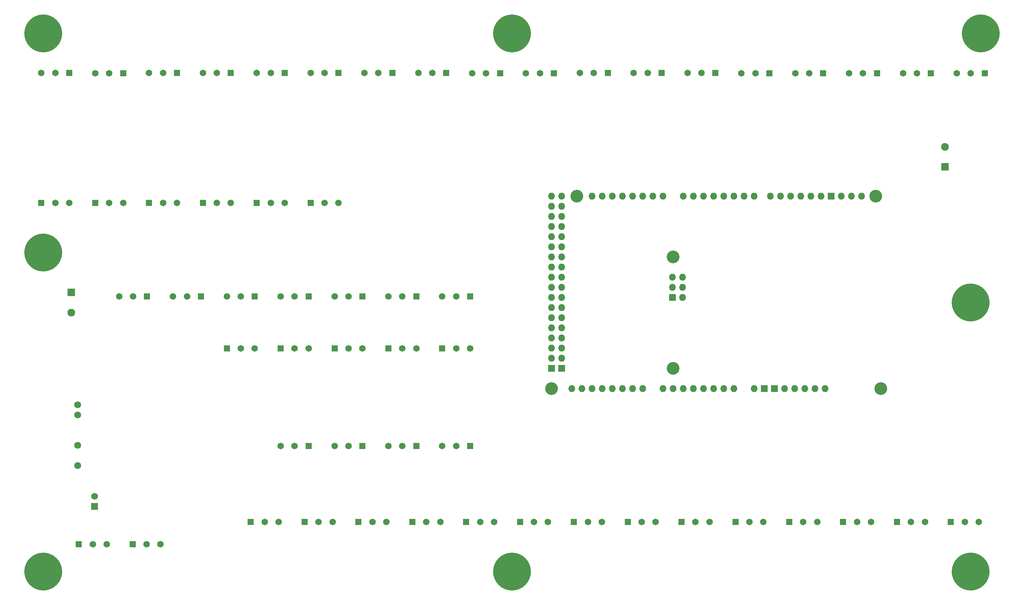
<source format=gbr>
%TF.GenerationSoftware,KiCad,Pcbnew,9.0.1*%
%TF.CreationDate,2025-04-13T16:26:27-07:00*%
%TF.ProjectId,HMI,484d492e-6b69-4636-9164-5f7063625858,rev?*%
%TF.SameCoordinates,Original*%
%TF.FileFunction,Soldermask,Bot*%
%TF.FilePolarity,Negative*%
%FSLAX46Y46*%
G04 Gerber Fmt 4.6, Leading zero omitted, Abs format (unit mm)*
G04 Created by KiCad (PCBNEW 9.0.1) date 2025-04-13 16:26:27*
%MOMM*%
%LPD*%
G01*
G04 APERTURE LIST*
%ADD10C,1.650000*%
%ADD11R,1.650000X1.650000*%
%ADD12C,1.725000*%
%ADD13R,1.700000X1.700000*%
%ADD14C,1.700000*%
%ADD15R,1.950000X1.950000*%
%ADD16C,1.950000*%
%ADD17C,9.500000*%
%ADD18C,3.200000*%
%ADD19O,1.727200X1.727200*%
%ADD20R,1.727200X1.727200*%
G04 APERTURE END LIST*
D10*
%TO.C,J7*%
X207500000Y-42500000D03*
X211000000Y-42500000D03*
D11*
X214500000Y-42500000D03*
%TD*%
D10*
%TO.C,J17*%
X72500000Y-42450000D03*
X76000000Y-42450000D03*
D11*
X79500000Y-42450000D03*
%TD*%
D10*
%TO.C,J9*%
X180500000Y-42450000D03*
X184000000Y-42450000D03*
D11*
X187500000Y-42450000D03*
%TD*%
D10*
%TO.C,J16*%
X86000000Y-42450000D03*
X89500000Y-42450000D03*
D11*
X93000000Y-42450000D03*
%TD*%
D10*
%TO.C,J21*%
X39000000Y-75000000D03*
X35500000Y-75000000D03*
D11*
X32000000Y-75000000D03*
%TD*%
D10*
%TO.C,J6*%
X221000000Y-42500000D03*
X224500000Y-42500000D03*
D11*
X228000000Y-42500000D03*
%TD*%
D10*
%TO.C,J25*%
X93000000Y-75000000D03*
X89500000Y-75000000D03*
D11*
X86000000Y-75000000D03*
%TD*%
D10*
%TO.C,J3*%
X261500000Y-42500000D03*
X265000000Y-42500000D03*
D11*
X268500000Y-42500000D03*
%TD*%
D10*
%TO.C,J5*%
X234500000Y-42500000D03*
X238000000Y-42500000D03*
D11*
X241500000Y-42500000D03*
%TD*%
D10*
%TO.C,J13*%
X126500000Y-42450000D03*
X130000000Y-42450000D03*
D11*
X133500000Y-42450000D03*
%TD*%
D10*
%TO.C,J24*%
X79500000Y-75050000D03*
X76000000Y-75050000D03*
D11*
X72500000Y-75050000D03*
%TD*%
D10*
%TO.C,J14*%
X113000000Y-42450000D03*
X116500000Y-42450000D03*
D11*
X120000000Y-42450000D03*
%TD*%
D10*
%TO.C,J10*%
X167000000Y-42450000D03*
X170500000Y-42450000D03*
D11*
X174000000Y-42450000D03*
%TD*%
D10*
%TO.C,J20*%
X32000000Y-42450000D03*
X35500000Y-42450000D03*
D11*
X39000000Y-42450000D03*
%TD*%
D10*
%TO.C,J18*%
X59000000Y-42450000D03*
X62500000Y-42450000D03*
D11*
X66000000Y-42450000D03*
%TD*%
D10*
%TO.C,J4*%
X248000000Y-42500000D03*
X251500000Y-42500000D03*
D11*
X255000000Y-42500000D03*
%TD*%
D10*
%TO.C,J15*%
X99500000Y-42450000D03*
X103000000Y-42450000D03*
D11*
X106500000Y-42450000D03*
%TD*%
D10*
%TO.C,J11*%
X153500000Y-42500000D03*
X157000000Y-42500000D03*
D11*
X160500000Y-42500000D03*
%TD*%
D10*
%TO.C,J23*%
X66000000Y-75000000D03*
X62500000Y-75000000D03*
D11*
X59000000Y-75000000D03*
%TD*%
D10*
%TO.C,J22*%
X52500000Y-75000000D03*
X49000000Y-75000000D03*
D11*
X45500000Y-75000000D03*
%TD*%
D10*
%TO.C,J12*%
X140000000Y-42500000D03*
X143500000Y-42500000D03*
D11*
X147000000Y-42500000D03*
%TD*%
D10*
%TO.C,J26*%
X106500000Y-75000000D03*
X103000000Y-75000000D03*
D11*
X99500000Y-75000000D03*
%TD*%
D10*
%TO.C,J19*%
X45500000Y-42500000D03*
X49000000Y-42500000D03*
D11*
X52500000Y-42500000D03*
%TD*%
D10*
%TO.C,J8*%
X194000000Y-42450000D03*
X197500000Y-42450000D03*
D11*
X201000000Y-42450000D03*
%TD*%
D12*
%TO.C,PS1*%
X41115000Y-125675000D03*
X41115000Y-128215000D03*
X41115000Y-135835000D03*
X41115000Y-140915000D03*
%TD*%
D13*
%TO.C,JP1*%
X45385000Y-151125000D03*
D14*
X45385000Y-148585000D03*
%TD*%
D11*
%TO.C,J58*%
X54885000Y-160585000D03*
D10*
X58385000Y-160585000D03*
X61885000Y-160585000D03*
%TD*%
D11*
%TO.C,J57*%
X41385000Y-160585000D03*
D10*
X44885000Y-160585000D03*
X48385000Y-160585000D03*
%TD*%
D11*
%TO.C,J56*%
X99000000Y-136000000D03*
D10*
X95500000Y-136000000D03*
X92000000Y-136000000D03*
%TD*%
D11*
%TO.C,J55*%
X112500000Y-136000000D03*
D10*
X109000000Y-136000000D03*
X105500000Y-136000000D03*
%TD*%
D11*
%TO.C,J54*%
X126000000Y-135950000D03*
D10*
X122500000Y-135950000D03*
X119000000Y-135950000D03*
%TD*%
D11*
%TO.C,J53*%
X139500000Y-136000000D03*
D10*
X136000000Y-136000000D03*
X132500000Y-136000000D03*
%TD*%
D11*
%TO.C,J52*%
X132500000Y-111500000D03*
D10*
X136000000Y-111500000D03*
X139500000Y-111500000D03*
%TD*%
D11*
%TO.C,J51*%
X119000000Y-111500000D03*
D10*
X122500000Y-111500000D03*
X126000000Y-111500000D03*
%TD*%
D11*
%TO.C,J50*%
X105500000Y-111500000D03*
D10*
X109000000Y-111500000D03*
X112500000Y-111500000D03*
%TD*%
D11*
%TO.C,J49*%
X92000000Y-111500000D03*
D10*
X95500000Y-111500000D03*
X99000000Y-111500000D03*
%TD*%
D11*
%TO.C,J48*%
X78500000Y-111500000D03*
D10*
X82000000Y-111500000D03*
X85500000Y-111500000D03*
%TD*%
D11*
%TO.C,J47*%
X85500000Y-98450000D03*
D10*
X82000000Y-98450000D03*
X78500000Y-98450000D03*
%TD*%
D11*
%TO.C,J46*%
X99000000Y-98450000D03*
D10*
X95500000Y-98450000D03*
X92000000Y-98450000D03*
%TD*%
D11*
%TO.C,J45*%
X112500000Y-98450000D03*
D10*
X109000000Y-98450000D03*
X105500000Y-98450000D03*
%TD*%
D11*
%TO.C,J44*%
X126000000Y-98450000D03*
D10*
X122500000Y-98450000D03*
X119000000Y-98450000D03*
%TD*%
D11*
%TO.C,J43*%
X139500000Y-98450000D03*
D10*
X136000000Y-98450000D03*
X132500000Y-98450000D03*
%TD*%
D11*
%TO.C,J42*%
X72000000Y-98500000D03*
D10*
X68500000Y-98500000D03*
X65000000Y-98500000D03*
%TD*%
D11*
%TO.C,J41*%
X58500000Y-98500000D03*
D10*
X55000000Y-98500000D03*
X51500000Y-98500000D03*
%TD*%
D11*
%TO.C,J40*%
X84500000Y-155000000D03*
D10*
X88000000Y-155000000D03*
X91500000Y-155000000D03*
%TD*%
D11*
%TO.C,J39*%
X98000000Y-155000000D03*
D10*
X101500000Y-155000000D03*
X105000000Y-155000000D03*
%TD*%
D11*
%TO.C,J38*%
X111500000Y-155050000D03*
D10*
X115000000Y-155050000D03*
X118500000Y-155050000D03*
%TD*%
D11*
%TO.C,J37*%
X125000000Y-155050000D03*
D10*
X128500000Y-155050000D03*
X132000000Y-155050000D03*
%TD*%
D11*
%TO.C,J36*%
X138500000Y-155050000D03*
D10*
X142000000Y-155050000D03*
X145500000Y-155050000D03*
%TD*%
D11*
%TO.C,J35*%
X152000000Y-155050000D03*
D10*
X155500000Y-155050000D03*
X159000000Y-155050000D03*
%TD*%
D11*
%TO.C,J34*%
X165500000Y-155000000D03*
D10*
X169000000Y-155000000D03*
X172500000Y-155000000D03*
%TD*%
D11*
%TO.C,J33*%
X179000000Y-155000000D03*
D10*
X182500000Y-155000000D03*
X186000000Y-155000000D03*
%TD*%
D11*
%TO.C,J32*%
X192500000Y-155000000D03*
D10*
X196000000Y-155000000D03*
X199500000Y-155000000D03*
%TD*%
D11*
%TO.C,J31*%
X206000000Y-155050000D03*
D10*
X209500000Y-155050000D03*
X213000000Y-155050000D03*
%TD*%
D11*
%TO.C,J30*%
X219500000Y-155000000D03*
D10*
X223000000Y-155000000D03*
X226500000Y-155000000D03*
%TD*%
D11*
%TO.C,J29*%
X233000000Y-155000000D03*
D10*
X236500000Y-155000000D03*
X240000000Y-155000000D03*
%TD*%
D11*
%TO.C,J28*%
X246500000Y-155000000D03*
D10*
X250000000Y-155000000D03*
X253500000Y-155000000D03*
%TD*%
D11*
%TO.C,J27*%
X260000000Y-155000000D03*
D10*
X263500000Y-155000000D03*
X267000000Y-155000000D03*
%TD*%
D15*
%TO.C,J2*%
X258500000Y-66000000D03*
D16*
X258500000Y-61000000D03*
%TD*%
D15*
%TO.C,J1*%
X39500000Y-97500000D03*
D16*
X39500000Y-102500000D03*
%TD*%
D17*
%TO.C,H8*%
X150000000Y-32500000D03*
%TD*%
%TO.C,H7*%
X32500000Y-87500000D03*
%TD*%
%TO.C,H6*%
X265000000Y-167500000D03*
%TD*%
%TO.C,H5*%
X32500000Y-32500000D03*
%TD*%
%TO.C,H4*%
X267500000Y-32500000D03*
%TD*%
%TO.C,H3*%
X265000000Y-100000000D03*
%TD*%
%TO.C,H2*%
X32500000Y-167500000D03*
%TD*%
%TO.C,H1*%
X150000000Y-167500000D03*
%TD*%
D18*
%TO.C,A2*%
X242406000Y-121630000D03*
X190336000Y-116550000D03*
X241136000Y-73370000D03*
X159856000Y-121630000D03*
X190336000Y-88610000D03*
X166206000Y-73370000D03*
D19*
X228436000Y-121630000D03*
X220816000Y-121630000D03*
X218276000Y-121630000D03*
X190209000Y-93690000D03*
X162396000Y-73370000D03*
X159856000Y-73370000D03*
X205576000Y-121630000D03*
X203036000Y-121630000D03*
X200496000Y-121630000D03*
X197956000Y-121630000D03*
X195416000Y-121630000D03*
X192876000Y-121630000D03*
X190336000Y-121630000D03*
X187796000Y-121630000D03*
X182716000Y-121630000D03*
X180176000Y-121630000D03*
X177636000Y-121630000D03*
X175096000Y-121630000D03*
X172556000Y-121630000D03*
X170016000Y-121630000D03*
X167476000Y-121630000D03*
X164936000Y-121630000D03*
X232500000Y-73370000D03*
X192876000Y-73370000D03*
X195416000Y-73370000D03*
X197956000Y-73370000D03*
X200496000Y-73370000D03*
X203036000Y-73370000D03*
X205576000Y-73370000D03*
X208116000Y-73370000D03*
X210656000Y-73370000D03*
X214720000Y-73370000D03*
X217260000Y-73370000D03*
X219800000Y-73370000D03*
X222340000Y-73370000D03*
X224880000Y-73370000D03*
X227420000Y-73370000D03*
X187796000Y-73370000D03*
X185256000Y-73370000D03*
X182716000Y-73370000D03*
X180176000Y-73370000D03*
X177636000Y-73370000D03*
X175096000Y-73370000D03*
X172556000Y-73370000D03*
X170016000Y-73370000D03*
X162396000Y-75910000D03*
X159856000Y-75910000D03*
X162396000Y-78450000D03*
X159856000Y-78450000D03*
X162396000Y-80990000D03*
X159856000Y-80990000D03*
X162396000Y-83530000D03*
X159856000Y-83530000D03*
X162396000Y-86070000D03*
X159856000Y-86070000D03*
X162396000Y-88610000D03*
X159856000Y-88610000D03*
X162396000Y-91150000D03*
X159856000Y-91150000D03*
X162396000Y-93690000D03*
X159856000Y-93690000D03*
X162396000Y-96230000D03*
X159856000Y-96230000D03*
X162396000Y-98770000D03*
X159856000Y-98770000D03*
X162396000Y-101310000D03*
X159856000Y-101310000D03*
X162396000Y-103850000D03*
X159856000Y-103850000D03*
X162396000Y-106390000D03*
X159856000Y-106390000D03*
X162396000Y-108930000D03*
X159856000Y-108930000D03*
X162396000Y-111470000D03*
X159856000Y-111470000D03*
X162396000Y-114010000D03*
X159856000Y-114010000D03*
D20*
X229960000Y-73370000D03*
X215736000Y-121630000D03*
X213196000Y-121630000D03*
X190209000Y-98770000D03*
X162396000Y-116550000D03*
X159856000Y-116550000D03*
D19*
X225896000Y-121630000D03*
X192749000Y-93690000D03*
X190209000Y-96230000D03*
X223356000Y-121630000D03*
X192749000Y-98770000D03*
X192749000Y-96230000D03*
X237580000Y-73370000D03*
X235040000Y-73370000D03*
X210656000Y-121630000D03*
%TD*%
M02*

</source>
